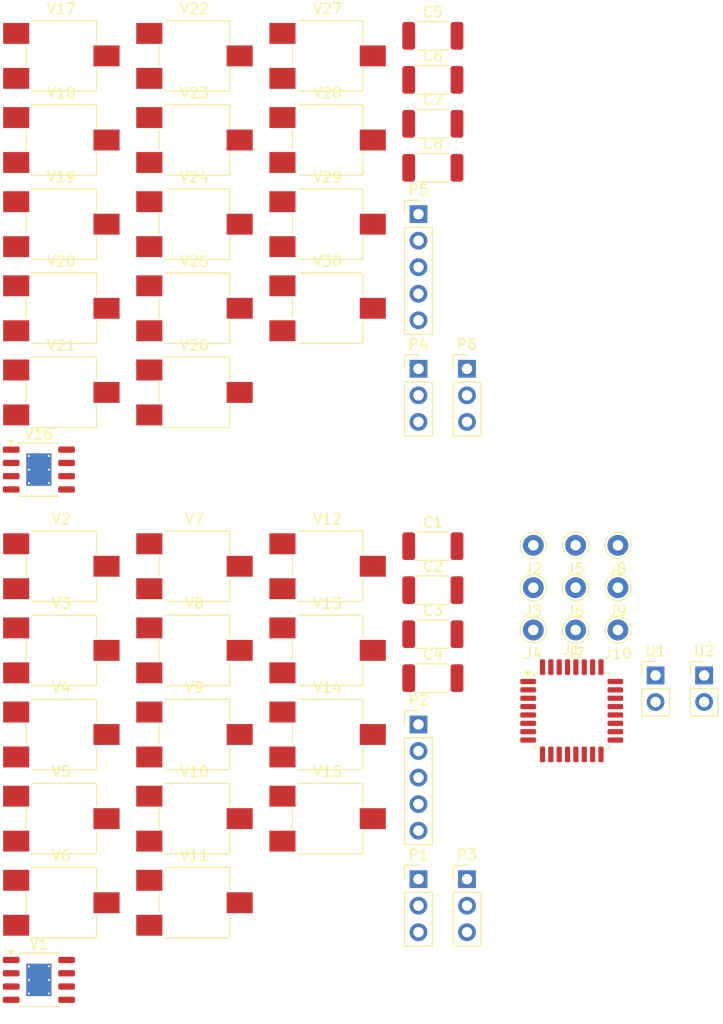
<source format=kicad_pcb>
(kicad_pcb (version 20240108) (generator "pcbnew") (generator_version "8.0")
  (layers (0 "F.Cu" signal) (31 "B.Cu" signal) (34 "B.Paste" user) (35 "F.Paste" user) (36 "B.SilkS" user "B.Silkscreen") (37 "F.SilkS" user "F.Silkscreen") (38 "B.Mask" user) (39 "F.Mask" user) (44 "Edge.Cuts" user))
  (net 0 "")
  (net 1 "Net-(C1-out)")
  (net 2 "Net-(C1-in)")
  (net 3 "Net-(C2-in)")
  (net 4 "Net-(C2-out)")
  (net 5 "Net-(C3-out)")
  (net 6 "Net-(C3-in)")
  (net 7 "Net-(C4-out)")
  (net 8 "Net-(C4-in)")
  (net 9 "Net-(C5-in)")
  (net 10 "Net-(C5-out)")
  (net 11 "Net-(C6-in)")
  (net 12 "Net-(C6-out)")
  (net 13 "Net-(C7-out)")
  (net 14 "Net-(C7-in)")
  (net 15 "Net-(C8-in)")
  (net 16 "Net-(C8-out)")
  (net 17 "/component/control.filter1")
  (net 18 "/component/control.circulate3")
  (net 19 "/component/control.circulate_out")
  (net 20 "/component/control.filter4")
  (net 22 "/component/control.filter3")
  (net 23 "/component/control.out")
  (net 24 "/component/control.stage")
  (net 29 "/component/control.flush3")
  (net 31 "/component/control.filter2")
  (net 33 "/component/pump3")
  (net 34 "/component/control.flush2")
  (net 35 "/component/control.fluid_in2")
  (net 36 "/component/pump5")
  (net 38 "/component/control.fluid_in1")
  (net 39 "/component/control.circulate1")
  (net 40 "/component/pump1")
  (net 41 "/component/control.fluid_in3")
  (net 42 "/component/pump4")
  (net 44 "/component/control.circulate_in")
  (net 45 "/component/control.flush1")
  (net 47 "/component/pump2")
  (net 48 "/component/control.circulate2")
  (net 49 "/component/fluid_in1")
  (net 50 "/component/fluid_in2")
  (net 51 "/component/fluid_in3")
  (net 52 "Net-(J5-connect)")
  (net 53 "Net-(J6-connect)")
  (net 54 "/component/flush_1")
  (net 55 "/component/flush_2")
  (net 56 "/component/flush_3")
  (net 57 "/component1/fluid_in3")
  (net 58 "Net-(P1-out)")
  (net 59 "Net-(P3-in)")
  (net 60 "Net-(P4-out)")
  (net 61 "Net-(P6-in)")
  (net 62 "/component/out")
  (net 63 "/component1/out")
  (net 64 "Net-(V1-y)")
  (net 65 "Net-(V2-left)")
  (net 66 "Net-(V4-right)")
  (net 67 "Net-(V6-in)")
  (net 68 "Net-(V10-left)")
  (net 69 "Net-(V11-right)")
  (net 70 "Net-(V13-in)")
  (net 71 "Net-(V16-y)")
  (net 72 "Net-(V17-left)")
  (net 73 "Net-(V19-right)")
  (net 74 "Net-(V21-in)")
  (net 75 "Net-(V24-left)")
  (net 76 "Net-(V26-right)")
  (net 77 "Net-(V28-in)")
  (footprint "Potentiometer_SMD:Potentiometer_ACP_CA6-VSMD_Vertical" (layer "F.Cu") (at 324.94 159.73)
    (property "Reference" "V18" (at 0 -4.5 0) (layer "F.SilkS"))
    (property "Value" "~")
    (pad "1" smd rect (at -4.325 2.15) (size 2.5 2) (layers "F.Cu" "F.Paste" "F.Mask") (net 9 "Net-(C5-in)"))
    (pad "2" smd rect (at 4.325 0) (size 2.5 2) (layers "F.Cu" "F.Paste" "F.Mask") (net 72 "Net-(V17-left)"))
    (pad "3" smd rect (at -4.325 -2.15) (size 2.5 2) (layers "F.Cu" "F.Paste" "F.Mask") (net 48 "/component/control.circulate2"))
  )
  (footprint "Potentiometer_SMD:Potentiometer_ACP_CA6-VSMD_Vertical" (layer "F.Cu") (at 350.44 200.51)
    (property "Reference" "V12" (at 0 -4.5 0) (layer "F.SilkS"))
    (property "Value" "~")
    (pad "1" smd rect (at -4.325 2.15) (size 2.5 2) (layers "F.Cu" "F.Paste" "F.Mask") (net 8 "Net-(C4-in)"))
    (pad "2" smd rect (at 4.325 0) (size 2.5 2) (layers "F.Cu" "F.Paste" "F.Mask") (net 69 "Net-(V11-right)"))
    (pad "3" smd rect (at -4.325 -2.15) (size 2.5 2) (layers "F.Cu" "F.Paste" "F.Mask") (net 20 "/component/control.filter4"))
  )
  (footprint "Connector_Pin:Pin_D1.0mm_L10.0mm" (layer "F.Cu") (at 374.19 202.56)
    (property "Reference" "J6" (at 0 2.25 0) (layer "F.SilkS"))
    (property "Value" "~")
    (pad "1" thru_hole circle (at 0 0) (size 2 2) (drill 1) (layers "*.Cu" "*.Mask") (net 53 "Net-(J6-connect)"))
  )
  (footprint "Resistor_SMD:R_2010_5025Metric" (layer "F.Cu") (at 360.52 198.59)
    (property "Reference" "C1" (at 0 -2.28 0) (layer "F.SilkS"))
    (property "Value" "~")
    (pad "1" smd roundrect (at -2.3125 0) (size 1.225 2.65) (layers "F.Cu" "F.Paste" "F.Mask") (roundrect_rratio 0.204082) (net 2 "Net-(C1-in)"))
    (pad "2" smd roundrect (at 2.3125 0) (size 1.225 2.65) (layers "F.Cu" "F.Paste" "F.Mask") (roundrect_rratio 0.204082) (net 1 "Net-(C1-out)"))
  )
  (footprint "Potentiometer_SMD:Potentiometer_ACP_CA6-VSMD_Vertical" (layer "F.Cu") (at 337.69 200.51)
    (property "Reference" "V7" (at 0 -4.5 0) (layer "F.SilkS"))
    (property "Value" "~")
    (pad "1" smd rect (at -4.325 2.15) (size 2.5 2) (layers "F.Cu" "F.Paste" "F.Mask") (net 5 "Net-(C3-out)"))
    (pad "2" smd rect (at 4.325 0) (size 2.5 2) (layers "F.Cu" "F.Paste" "F.Mask") (net 67 "Net-(V6-in)"))
    (pad "3" smd rect (at -4.325 -2.15) (size 2.5 2) (layers "F.Cu" "F.Paste" "F.Mask") (net 39 "/component/control.circulate1"))
  )
  (footprint "Resistor_SMD:R_2010_5025Metric" (layer "F.Cu") (at 360.52 202.8)
    (property "Reference" "C2" (at 0 -2.28 0) (layer "F.SilkS"))
    (property "Value" "~")
    (pad "1" smd roundrect (at -2.3125 0) (size 1.225 2.65) (layers "F.Cu" "F.Paste" "F.Mask") (roundrect_rratio 0.204082) (net 3 "Net-(C2-in)"))
    (pad "2" smd roundrect (at 2.3125 0) (size 1.225 2.65) (layers "F.Cu" "F.Paste" "F.Mask") (roundrect_rratio 0.204082) (net 4 "Net-(C2-out)"))
  )
  (footprint "Potentiometer_SMD:Potentiometer_ACP_CA6-VSMD_Vertical" (layer "F.Cu") (at 324.94 232.71)
    (property "Reference" "V6" (at 0 -4.5 0) (layer "F.SilkS"))
    (property "Value" "~")
    (pad "1" smd rect (at -4.325 2.15) (size 2.5 2) (layers "F.Cu" "F.Paste" "F.Mask") (net 67 "Net-(V6-in)"))
    (pad "2" smd rect (at 4.325 0) (size 2.5 2) (layers "F.Cu" "F.Paste" "F.Mask") (net 59 "Net-(P3-in)"))
    (pad "3" smd rect (at -4.325 -2.15) (size 2.5 2) (layers "F.Cu" "F.Paste" "F.Mask") (net 31 "/component/control.filter2"))
  )
  (footprint "Package_SO:HSOP-8-1EP_3.9x4.9mm_P1.27mm_EP2.41x3.1mm_ThermalVias" (layer "F.Cu") (at 322.79 240.09)
    (property "Reference" "V1" (at 0 -3.4 0) (layer "F.SilkS"))
    (property "Value" "~")
    (pad "1" smd roundrect (at -2.65 -1.905) (size 1.6 0.6) (layers "F.Cu" "F.Paste" "F.Mask") (net 49 "/component/fluid_in1"))
    (pad "2" smd roundrect (at -2.65 -0.635) (size 1.6 0.6) (layers "F.Cu" "F.Paste" "F.Mask") (net 50 "/component/fluid_in2"))
    (pad "3" smd roundrect (at -2.65 0.635) (size 1.6 0.6) (layers "F.Cu" "F.Paste" "F.Mask") (net 51 "/component/fluid_in3"))
    (pad "4" smd roundrect (at -2.65 1.905) (size 1.6 0.6) (layers "F.Cu" "F.Paste" "F.Mask") (net 38 "/component/control.fluid_in1"))
    (pad "5" smd roundrect (at 2.65 1.905) (size 1.6 0.6) (layers "F.Cu" "F.Paste" "F.Mask") (net 35 "/component/control.fluid_in2"))
    (pad "6" smd roundrect (at 2.65 0.635) (size 1.6 0.6) (layers "F.Cu" "F.Paste" "F.Mask") (net 41 "/component/control.fluid_in3"))
    (pad "7" smd roundrect (at 2.65 -0.635) (size 1.6 0.6) (layers "F.Cu" "F.Paste" "F.Mask") (net 64 "Net-(V1-y)"))
    (pad "8" smd roundrect (at 2.65 -1.905) (size 1.6 0.6) (layers "F.Cu" "F.Paste" "F.Mask"))
    (pad "9" thru_hole circle (at -0.955 -1.3) (size 0.5 0.5) (drill 0.2) (property pad_prop_heatsink) (layers "*.Cu"))
    (pad "9" thru_hole circle (at -0.955 0) (size 0.5 0.5) (drill 0.2) (property pad_prop_heatsink) (layers "*.Cu"))
    (pad "9" thru_hole circle (at -0.955 1.3) (size 0.5 0.5) (drill 0.2) (property pad_prop_heatsink) (layers "*.Cu"))
    (pad "9" smd rect (at 0 0) (size 2.41 3.1) (property pad_prop_heatsink) (layers "F.Cu" "F.Mask"))
    (pad "9" smd rect (at 0 0) (size 2.41 3.1) (property pad_prop_heatsink) (layers "B.Cu"))
    (pad "9" thru_hole circle (at 0.955 -1.3) (size 0.5 0.5) (drill 0.2) (property pad_prop_heatsink) (layers "*.Cu"))
    (pad "9" thru_hole circle (at 0.955 0) (size 0.5 0.5) (drill 0.2) (property pad_prop_heatsink) (layers "*.Cu"))
    (pad "9" thru_hole circle (at 0.955 1.3) (size 0.5 0.5) (drill 0.2) (property pad_prop_heatsink) (layers "*.Cu"))
  )
  (footprint "Potentiometer_SMD:Potentiometer_ACP_CA6-VSMD_Vertical" (layer "F.Cu") (at 337.69 216.61)
    (property "Reference" "V9" (at 0 -4.5 0) (layer "F.SilkS"))
    (property "Value" "~")
    (pad "1" smd rect (at -4.325 2.15) (size 2.5 2) (layers "F.Cu" "F.Paste" "F.Mask") (net 68 "Net-(V10-left)"))
    (pad "2" smd rect (at 4.325 0) (size 2.5 2) (layers "F.Cu" "F.Paste" "F.Mask") (net 67 "Net-(V6-in)"))
    (pad "3" smd rect (at -4.325 -2.15) (size 2.5 2) (layers "F.Cu" "F.Paste" "F.Mask") (net 19 "/component/control.circulate_out"))
  )
  (footprint "Connector_PinHeader_2.54mm:PinHeader_1x03_P2.54mm_Vertical" (layer "F.Cu") (at 359.14 230.45)
    (property "Reference" "P1" (at 0 -2.33 0) (layer "F.SilkS"))
    (property "Value" "~")
    (pad "1" thru_hole rect (at 0 0) (size 1.7 1.7) (drill 1) (layers "*.Cu" "*.Mask") (net 4 "Net-(C2-out)"))
    (pad "2" thru_hole oval (at 0 2.54) (size 1.7 1.7) (drill 1) (layers "*.Cu" "*.Mask") (net 58 "Net-(P1-out)"))
    (pad "3" thru_hole oval (at 0 5.08) (size 1.7 1.7) (drill 1) (layers "*.Cu" "*.Mask") (net 36 "/component/pump5"))
  )
  (footprint "Connector_Pin:Pin_D1.0mm_L10.0mm" (layer "F.Cu") (at 374.19 198.51)
    (property "Reference" "J5" (at 0 2.25 0) (layer "F.SilkS"))
    (property "Value" "~")
    (pad "1" thru_hole circle (at 0 0) (size 2 2) (drill 1) (layers "*.Cu" "*.Mask") (net 52 "Net-(J5-connect)"))
  )
  (footprint "Potentiometer_SMD:Potentiometer_ACP_CA6-VSMD_Vertical" (layer "F.Cu") (at 324.94 175.83)
    (property "Reference" "V20" (at 0 -4.5 0) (layer "F.SilkS"))
    (property "Value" "~")
    (pad "1" smd rect (at -4.325 2.15) (size 2.5 2) (layers "F.Cu" "F.Paste" "F.Mask") (net 60 "Net-(P4-out)"))
    (pad "2" smd rect (at 4.325 0) (size 2.5 2) (layers "F.Cu" "F.Paste" "F.Mask") (net 73 "Net-(V19-right)"))
    (pad "3" smd rect (at -4.325 -2.15) (size 2.5 2) (layers "F.Cu" "F.Paste" "F.Mask") (net 17 "/component/control.filter1"))
  )
  (footprint "Potentiometer_SMD:Potentiometer_ACP_CA6-VSMD_Vertical" (layer "F.Cu") (at 337.69 208.56)
    (property "Reference" "V8" (at 0 -4.5 0) (layer "F.SilkS"))
    (property "Value" "~")
    (pad "1" smd rect (at -4.325 2.15) (size 2.5 2) (layers "F.Cu" "F.Paste" "F.Mask") (net 5 "Net-(C3-out)"))
    (pad "2" smd rect (at 4.325 0) (size 2.5 2) (layers "F.Cu" "F.Paste" "F.Mask") (net 54 "/component/flush_1"))
    (pad "3" smd rect (at -4.325 -2.15) (size 2.5 2) (layers "F.Cu" "F.Paste" "F.Mask") (net 45 "/component/control.flush1"))
  )
  (footprint "Potentiometer_SMD:Potentiometer_ACP_CA6-VSMD_Vertical" (layer "F.Cu") (at 350.44 175.83)
    (property "Reference" "V30" (at 0 -4.5 0) (layer "F.SilkS"))
    (property "Value" "~")
    (pad "1" smd rect (at -4.325 2.15) (size 2.5 2) (layers "F.Cu" "F.Paste" "F.Mask") (net 56 "/component/flush_3"))
    (pad "2" smd rect (at 4.325 0) (size 2.5 2) (layers "F.Cu" "F.Paste" "F.Mask") (net 77 "Net-(V28-in)"))
    (pad "3" smd rect (at -4.325 -2.15) (size 2.5 2) (layers "F.Cu" "F.Paste" "F.Mask") (net 29 "/component/control.flush3"))
  )
  (footprint "Connector_PinHeader_2.54mm:PinHeader_1x05_P2.54mm_Vertical" (layer "F.Cu") (at 359.14 215.65)
    (property "Reference" "P2" (at 0 -2.33 0) (layer "F.SilkS"))
    (property "Value" "~")
    (pad "1" thru_hole rect (at 0 0) (size 1.7 1.7) (drill 1) (layers "*.Cu" "*.Mask") (net 1 "Net-(C1-out)"))
    (pad "2" thru_hole oval (at 0 2.54) (size 1.7 1.7) (drill 1) (layers "*.Cu" "*.Mask") (net 6 "Net-(C3-in)"))
    (pad "3" thru_hole oval (at 0 5.08) (size 1.7 1.7) (drill 1) (layers "*.Cu" "*.Mask") (net 40 "/component/pump1"))
    (pad "4" thru_hole oval (at 0 7.62) (size 1.7 1.7) (drill 1) (layers "*.Cu" "*.Mask") (net 47 "/component/pump2"))
    (pad "5" thru_hole oval (at 0 10.16) (size 1.7 1.7) (drill 1) (layers "*.Cu" "*.Mask") (net 33 "/component/pump3"))
  )
  (footprint "Potentiometer_SMD:Potentiometer_ACP_CA6-VSMD_Vertical" (layer "F.Cu") (at 350.44 216.61)
    (property "Reference" "V14" (at 0 -4.5 0) (layer "F.SilkS"))
    (property "Value" "~")
    (pad "1" smd rect (at -4.325 2.15) (size 2.5 2) (layers "F.Cu" "F.Paste" "F.Mask") (net 70 "Net-(V13-in)"))
    (pad "2" smd rect (at 4.325 0) (size 2.5 2) (layers "F.Cu" "F.Paste" "F.Mask") (net 62 "/component/out"))
    (pad "3" smd rect (at -4.325 -2.15) (size 2.5 2) (layers "F.Cu" "F.Paste" "F.Mask") (net 23 "/component/control.out"))
  )
  (footprint "Package_SO:HSOP-8-1EP_3.9x4.9mm_P1.27mm_EP2.41x3.1mm_ThermalVias" (layer "F.Cu") (at 322.79 191.26)
    (property "Reference" "V16" (at 0 -3.4 0) (layer "F.SilkS"))
    (property "Value" "~")
    (pad "1" smd roundrect (at -2.65 -1.905) (size 1.6 0.6) (layers "F.Cu" "F.Paste" "F.Mask") (net 49 "/component/fluid_in1"))
    (pad "2" smd roundrect (at -2.65 -0.635) (size 1.6 0.6) (layers "F.Cu" "F.Paste" "F.Mask") (net 50 "/component/fluid_in2"))
    (pad "3" smd roundrect (at -2.65 0.635) (size 1.6 0.6) (layers "F.Cu" "F.Paste" "F.Mask") (net 57 "/component1/fluid_in3"))
    (pad "4" smd roundrect (at -2.65 1.905) (size 1.6 0.6) (layers "F.Cu" "F.Paste" "F.Mask") (net 38 "/component/control.fluid_in1"))
    (pad "5" smd roundrect (at 2.65 1.905) (size 1.6 0.6) (layers "F.Cu" "F.Paste" "F.Mask") (net 35 "/component/control.fluid_in2"))
    (pad "6" smd roundrect (at 2.65 0.635) (size 1.6 0.6) (layers "F.Cu" "F.Paste" "F.Mask") (net 41 "/component/control.fluid_in3"))
    (pad "7" smd roundrect (at 2.65 -0.635) (size 1.6 0.6) (layers "F.Cu" "F.Paste" "F.Mask") (net 71 "Net-(V16-y)"))
    (pad "8" smd roundrect (at 2.65 -1.905) (size 1.6 0.6) (layers "F.Cu" "F.Paste" "F.Mask"))
    (pad "9" thru_hole circle (at -0.955 -1.3) (size 0.5 0.5) (drill 0.2) (property pad_prop_heatsink) (layers "*.Cu"))
    (pad "9" thru_hole circle (at -0.955 0) (size 0.5 0.5) (drill 0.2) (property pad_prop_heatsink) (layers "*.Cu"))
    (pad "9" thru_hole circle (at -0.955 1.3) (size 0.5 0.5) (drill 0.2) (property pad_prop_heatsink) (layers "*.Cu"))
    (pad "9" smd rect (at 0 0) (size 2.41 3.1) (property pad_prop_heatsink) (layers "F.Cu" "F.Mask"))
    (pad "9" smd rect (at 0 0) (size 2.41 3.1) (property pad_prop_heatsink) (layers "B.Cu"))
    (pad "9" thru_hole circle (at 0.955 -1.3) (size 0.5 0.5) (drill 0.2) (property pad_prop_heatsink) (layers "*.Cu"))
    (pad "9" thru_hole circle (at 0.955 0) (size 0.5 0.5) (drill 0.2) (property pad_prop_heatsink) (layers "*.Cu"))
    (pad "9" thru_hole circle (at 0.955 1.3) (size 0.5 0.5) (drill 0.2) (property pad_prop_heatsink) (layers "*.Cu"))
  )
  (footprint "Resistor_SMD:R_2010_5025Metric" (layer "F.Cu") (at 360.52 207.01)
    (property "Reference" "C3" (at 0 -2.28 0) (layer "F.SilkS"))
    (property "Value" "~")
    (pad "1" smd roundrect (at -2.3125 0) (size 1.225 2.65) (layers "F.Cu" "F.Paste" "F.Mask") (roundrect_rratio 0.204082) (net 6 "Net-(C3-in)"))
    (pad "2" smd roundrect (at 2.3125 0) (size 1.225 2.65) (layers "F.Cu" "F.Paste" "F.Mask") (roundrect_rratio 0.204082) (net 5 "Net-(C3-out)"))
  )
  (footprint "Connector_Pin:Pin_D1.0mm_L10.0mm" (layer "F.Cu") (at 378.24 206.61)
    (property "Reference" "J10" (at 0 2.25 0) (layer "F.SilkS"))
    (property "Value" "~")
    (pad "1" thru_hole circle (at 0 0) (size 2 2) (drill 1) (layers "*.Cu" "*.Mask") (net 57 "/component1/fluid_in3"))
  )
  (footprint "Potentiometer_SMD:Potentiometer_ACP_CA6-VSMD_Vertical" (layer "F.Cu") (at 350.44 224.66)
    (property "Reference" "V15" (at 0 -4.5 0) (layer "F.SilkS"))
    (property "Value" "~")
    (pad "1" smd rect (at -4.325 2.15) (size 2.5 2) (layers "F.Cu" "F.Paste" "F.Mask") (net 56 "/component/flush_3"))
    (pad "2" smd rect (at 4.325 0) (size 2.5 2) (layers "F.Cu" "F.Paste" "F.Mask") (net 70 "Net-(V13-in)"))
    (pad "3" smd rect (at -4.325 -2.15) (size 2.5 2) (layers "F.Cu" "F.Paste" "F.Mask") (net 29 "/component/control.flush3"))
  )
  (footprint "Resistor_SMD:R_2010_5025Metric" (layer "F.Cu") (at 360.52 153.97)
    (property "Reference" "C6" (at 0 -2.28 0) (layer "F.SilkS"))
    (property "Value" "~")
    (pad "1" smd roundrect (at -2.3125 0) (size 1.225 2.65) (layers "F.Cu" "F.Paste" "F.Mask") (roundrect_rratio 0.204082) (net 11 "Net-(C6-in)"))
    (pad "2" smd roundrect (at 2.3125 0) (size 1.225 2.65) (layers "F.Cu" "F.Paste" "F.Mask") (roundrect_rratio 0.204082) (net 12 "Net-(C6-out)"))
  )
  (footprint "Connector_PinHeader_2.54mm:PinHeader_1x05_P2.54mm_Vertical" (layer "F.Cu") (at 359.14 166.82)
    (property "Reference" "P5" (at 0 -2.33 0) (layer "F.SilkS"))
    (property "Value" "~")
    (pad "1" thru_hole rect (at 0 0) (size 1.7 1.7) (drill 1) (layers "*.Cu" "*.Mask") (net 10 "Net-(C5-out)"))
    (pad "2" thru_hole oval (at 0 2.54) (size 1.7 1.7) (drill 1) (layers "*.Cu" "*.Mask") (net 14 "Net-(C7-in)"))
    (pad "3" thru_hole oval (at 0 5.08) (size 1.7 1.7) (drill 1) (layers "*.Cu" "*.Mask") (net 40 "/component/pump1"))
    (pad "4" thru_hole oval (at 0 7.62) (size 1.7 1.7) (drill 1) (layers "*.Cu" "*.Mask") (net 47 "/component/pump2"))
    (pad "5" thru_hole oval (at 0 10.16) (size 1.7 1.7) (drill 1) (layers "*.Cu" "*.Mask") (net 33 "/component/pump3"))
  )
  (footprint "Potentiometer_SMD:Potentiometer_ACP_CA6-VSMD_Vertical" (layer "F.Cu") (at 350.44 208.56)
    (property "Reference" "V13" (at 0 -4.5 0) (layer "F.SilkS"))
    (property "Value" "~")
    (pad "1" smd rect (at -4.325 2.15) (size 2.5 2) (layers "F.Cu" "F.Paste" "F.Mask") (net 70 "Net-(V13-in)"))
    (pad "2" smd rect (at 4.325 0) (size 2.5 2) (layers "F.Cu" "F.Paste" "F.Mask") (net 7 "Net-(C4-out)"))
    (pad "3" smd rect (at -4.325 -2.15) (size 2.5 2) (layers "F.Cu" "F.Paste" "F.Mask") (net 22 "/component/control.filter3"))
  )
  (footprint "Connector_PinHeader_2.54mm:PinHeader_1x03_P2.54mm_Vertical" (layer "F.Cu") (at 363.79 181.62)
    (property "Reference" "P6" (at 0 -2.33 0) (layer "F.SilkS"))
    (property "Value" "~")
    (pad "1" thru_hole rect (at 0 0) (size 1.7 1.7) (drill 1) (layers "*.Cu" "*.Mask") (net 61 "Net-(P6-in)"))
    (pad "2" thru_hole oval (at 0 2.54) (size 1.7 1.7) (drill 1) (layers "*.Cu" "*.Mask") (net 11 "Net-(C6-in)"))
    (pad "3" thru_hole oval (at 0 5.08) (size 1.7 1.7) (drill 1) (layers "*.Cu" "*.Mask") (net 42 "/component/pump4"))
  )
  (footprint "Potentiometer_SMD:Potentiometer_ACP_CA6-VSMD_Vertical" (layer "F.Cu") (at 350.44 151.68)
    (property "Reference" "V27" (at 0 -4.5 0) (layer "F.SilkS"))
    (property "Value" "~")
    (pad "1" smd rect (at -4.325 2.15) (size 2.5 2) (layers "F.Cu" "F.Paste" "F.Mask") (net 15 "Net-(C8-in)"))
    (pad "2" smd rect (at 4.325 0) (size 2.5 2) (layers "F.Cu" "F.Paste" "F.Mask") (net 76 "Net-(V26-right)"))
    (pad "3" smd rect (at -4.325 -2.15) (size 2.5 2) (layers "F.Cu" "F.Paste" "F.Mask") (net 20 "/component/control.filter4"))
  )
  (footprint "Potentiometer_SMD:Potentiometer_ACP_CA6-VSMD_Vertical" (layer "F.Cu") (at 324.94 224.66)
    (property "Reference" "V5" (at 0 -4.5 0) (layer "F.SilkS"))
    (property "Value" "~")
    (pad "1" smd rect (at -4.325 2.15) (size 2.5 2) (layers "F.Cu" "F.Paste" "F.Mask") (net 58 "Net-(P1-out)"))
    (pad "2" smd rect (at 4.325 0) (size 2.5 2) (layers "F.Cu" "F.Paste" "F.Mask") (net 66 "Net-(V4-right)"))
    (pad "3" smd rect (at -4.325 -2.15) (size 2.5 2) (layers "F.Cu" "F.Paste" "F.Mask") (net 17 "/component/control.filter1"))
  )
  (footprint "Resistor_SMD:R_2010_5025Metric" (layer "F.Cu") (at 360.52 211.22)
    (property "Reference" "C4" (at 0 -2.28 0) (layer "F.SilkS"))
    (property "Value" "~")
    (pad "1" smd roundrect (at -2.3125 0) (size 1.225 2.65) (layers "F.Cu" "F.Paste" "F.Mask") (roundrect_rratio 0.204082) (net 8 "Net-(C4-in)"))
    (pad "2" smd roundrect (at 2.3125 0) (size 1.225 2.65) (layers "F.Cu" "F.Paste" "F.Mask") (roundrect_rratio 0.204082) (net 7 "Net-(C4-out)"))
  )
  (footprint "Potentiometer_SMD:Potentiometer_ACP_CA6-VSMD_Vertical" (layer "F.Cu") (at 324.94 183.88)
    (property "Reference" "V21" (at 0 -4.5 0) (layer "F.SilkS"))
    (property "Value" "~")
    (pad "1" smd rect (at -4.325 2.15) (size 2.5 2) (layers "F.Cu" "F.Paste" "F.Mask") (net 74 "Net-(V21-in)"))
    (pad "2" smd rect (at 4.325 0) (size 2.5 2) (layers "F.Cu" "F.Paste" "F.Mask") (net 61 "Net-(P6-in)"))
    (pad "3" smd rect (at -4.325 -2.15) (size 2.5 2) (layers "F.Cu" "F.Paste" "F.Mask") (net 31 "/component/control.filter2"))
  )
  (footprint "Potentiometer_SMD:Potentiometer_ACP_CA6-VSMD_Vertical" (layer "F.Cu") (at 337.69 151.68)
    (property "Reference" "V22" (at 0 -4.5 0) (layer "F.SilkS"))
    (property "Value" "~")
    (pad "1" smd rect (at -4.325 2.15) (size 2.5 2) (layers "F.Cu" "F.Paste" "F.Mask") (net 13 "Net-(C7-out)"))
    (pad "2" smd rect (at 4.325 0) (size 2.5 2) (layers "F.Cu" "F.Paste" "F.Mask") (net 74 "Net-(V21-in)"))
    (pad "3" smd rect (at -4.325 -2.15) (size 2.5 2) (layers "F.Cu" "F.Paste" "F.Mask") (net 39 "/component/control.circulate1"))
  )
  (footprint "Connector_PinHeader_2.54mm:PinHeader_1x03_P2.54mm_Vertical" (layer "F.Cu") (at 359.14 181.62)
    (property "Reference" "P4" (at 0 -2.33 0) (layer "F.SilkS"))
    (property "Value" "~")
    (pad "1" thru_hole rect (at 0 0) (size 1.7 1.7) (drill 1) (layers "*.Cu" "*.Mask") (net 12 "Net-(C6-out)"))
    (pad "2" thru_hole oval (at 0 2.54) (size 1.7 1.7) (drill 1) (layers "*.Cu" "*.Mask") (net 60 "Net-(P4-out)"))
    (pad "3" thru_hole oval (at 0 5.08) (size 1.7 1.7) (drill 1) (layers "*.Cu" "*.Mask") (net 36 "/component/pump5"))
  )
  (footprint "Potentiometer_SMD:Potentiometer_ACP_CA6-VSMD_Vertical" (layer "F.Cu") (at 324.94 200.51)
    (property "Reference" "V2" (at 0 -4.5 0) (layer "F.SilkS"))
    (property "Value" "~")
    (pad "1" smd rect (at -4.325 2.15) (size 2.5 2) (layers "F.Cu" "F.Paste" "F.Mask") (net 65 "Net-(V2-left)"))
    (pad "2" smd rect (at 4.325 0) (size 2.5 2) (layers "F.Cu" "F.Paste" "F.Mask") (net 64 "Net-(V1-y)"))
    (pad "3" smd rect (at -4.325 -2.15) (size 2.5 2) (layers "F.Cu" "F.Paste" "F.Mask") (net 44 "/component/control.circulate_in"))
  )
  (footprint "Potentiometer_SMD:Potentiometer_ACP_CA6-VSMD_Vertical" (layer "F.Cu") (at 350.44 159.73)
    (property "Reference" "V28" (at 0 -4.5 0) (layer "F.SilkS"))
    (property "Value" "~")
    (pad "1" smd rect (at -4.325 2.15) (size 2.5 2) (layers "F.Cu" "F.Paste" "F.Mask") (net 77 "Net-(V28-in)"))
    (pad "2" smd rect (at 4.325 0) (size 2.5 2) (layers "F.Cu" "F.Paste" "F.Mask") (net 16 "Net-(C8-out)"))
    (pad "3" smd rect (at -4.325 -2.15) (size 2.5 2) (layers "F.Cu" "F.Paste" "F.Mask") (net 22 "/component/control.filter3"))
  )
  (footprint "Potentiometer_SMD:Potentiometer_ACP_CA6-VSMD_Vertical" (layer "F.Cu") (at 337.69 159.73)
    (property "Reference" "V23" (at 0 -4.5 0) (layer "F.SilkS"))
    (property "Value" "~")
    (pad "1" smd rect (at -4.325 2.15) (size 2.5 2) (layers "F.Cu" "F.Paste" "F.Mask") (net 13 "Net-(C7-out)"))
    (pad "2" smd rect (at 4.325 0) (size 2.5 2) (layers "F.Cu" "F.Paste" "F.Mask") (net 54 "/component/flush_1"))
    (pad "3" smd rect (at -4.325 -2.15) (size 2.5 2) (layers "F.Cu" "F.Paste" "F.Mask") (net 45 "/component/control.flush1"))
  )
  (footprint "Potentiometer_SMD:Potentiometer_ACP_CA6-VSMD_Vertical" (layer "F.Cu") (at 324.94 216.61)
    (property "Reference" "V4" (at 0 -4.5 0) (layer "F.SilkS"))
    (property "Value" "~")
    (pad "1" smd rect (at -4.325 2.15) (size 2.5 2) (layers "F.Cu" "F.Paste" "F.Mask") (net 65 "Net-(V2-left)"))
    (pad "2" smd rect (at 4.325 0) (size 2.5 2) (layers "F.Cu" "F.Paste" "F.Mask") (net 66 "Net-(V4-right)"))
    (pad "3" smd rect (at -4.325 -2.15) (size 2.5 2) (layers "F.Cu" "F.Paste" "F.Mask") (net 18 "/component/control.circulate3"))
  )
  (footprint "Potentiometer_SMD:Potentiometer_ACP_CA6-VSMD_Vertical" (layer "F.Cu") (at 350.44 167.78)
    (property "Reference" "V29" (at 0 -4.5 0) (layer "F.SilkS"))
    (property "Value" "~")
    (pad "1" smd rect (at -4.325 2.15) (size 2.5 2) (layers "F.Cu" "F.Paste" "F.Mask") (net 77 "Net-(V28-in)"))
    (pad "2" smd rect (at 4.325 0) (size 2.5 2) (layers "F.Cu" "F.Paste" "F.Mask") (net 63 "/component1/out"))
    (pad "3" smd rect (at -4.325 -2.15) (size 2.5 2) (layers "F.Cu" "F.Paste" "F.Mask") (net 23 "/component/control.out"))
  )
  (footprint "Connector_PinHeader_2.54mm:PinHeader_1x02_P2.54mm_Vertical" (layer "F.Cu") (at 381.85 210.96)
    (property "Reference" "U1" (at 0 -2.33 0) (layer "F.SilkS"))
    (property "Value" "~")
    (pad "1" thru_hole rect (at 0 0) (size 1.7 1.7) (drill 1) (layers "*.Cu" "*.Mask") (net 52 "Net-(J5-connect)"))
    (pad "2" thru_hole oval (at 0 2.54) (size 1.7 1.7) (drill 1) (layers "*.Cu" "*.Mask") (net 62 "/component/out"))
  )
  (footprint "Potentiometer_SMD:Potentiometer_ACP_CA6-VSMD_Vertical" (layer "F.Cu") (at 337.69 224.66)
    (property "Reference" "V10" (at 0 -4.5 0) (layer "F.SilkS"))
    (property "Value" "~")
    (pad "1" smd rect (at -4.325 2.15) (size 2.5 2) (layers "F.Cu" "F.Paste" "F.Mask") (net 68 "Net-(V10-left)"))
    (pad "2" smd rect (at 4.325 0) (size 2.5 2) (layers "F.Cu" "F.Paste" "F.Mask") (net 55 "/component/flush_2"))
    (pad "3" smd rect (at -4.325 -2.15) (size 2.5 2) (layers "F.Cu" "F.Paste" "F.Mask") (net 34 "/component/control.flush2"))
  )
  (footprint "Resistor_SMD:R_2010_5025Metric" (layer "F.Cu") (at 360.52 149.76)
    (property "Reference" "C5" (at 0 -2.28 0) (layer "F.SilkS"))
    (property "Value" "~")
    (pad "1" smd roundrect (at -2.3125 0) (size 1.225 2.65) (layers "F.Cu" "F.Paste" "F.Mask") (roundrect_rratio 0.204082) (net 9 "Net-(C5-in)"))
    (pad "2" smd roundrect (at 2.3125 0) (size 1.225 2.65) (layers "F.Cu" "F.Paste" "F.Mask") (roundrect_rratio 0.204082) (net 10 "Net-(C5-out)"))
  )
  (footprint "Potentiometer_SMD:Potentiometer_ACP_CA6-VSMD_Vertical" (layer "F.Cu") (at 337.69 232.71)
    (property "Reference" "V11" (at 0 -4.5 0) (layer "F.SilkS"))
    (property "Value" "~")
    (pad "1" smd rect (at -4.325 2.15) (size 2.5 2) (layers "F.Cu" "F.Paste" "F.Mask") (net 68 "Net-(V10-left)"))
    (pad "2" smd rect (at 4.325 0) (size 2.5 2) (layers "F.Cu" "F.Paste" "F.Mask") (net 69 "Net-(V11-right)"))
    (pad "3" smd rect (at -4.325 -2.15) (size 2.5 2) (layers "F.Cu" "F.Paste" "F.Mask") (net 24 "/component/control.stage"))
  )
  (footprint "Connector_PinHeader_2.54mm:PinHeader_1x02_P2.54mm_Vertical" (layer "F.Cu") (at 386.5 210.96)
    (property "Reference" "U2" (at 0 -2.33 0) (layer "F.SilkS"))
    (property "Value" "~")
    (pad "1" thru_hole rect (at 0 0) (size 1.7 1.7) (drill 1) (layers "*.Cu" "*.Mask") (net 53 "Net-(J6-connect)"))
    (pad "2" thru_hole oval (at 0 2.54) (size 1.7 1.7) (drill 1) (layers "*.Cu" "*.Mask") (net 63 "/component1/out"))
  )
  (footprint "Potentiometer_SMD:Potentiometer_ACP_CA6-VSMD_Vertical" (layer "F.Cu") (at 324.94 151.68)
    (property "Reference" "V17" (at 0 -4.5 0) (layer "F.SilkS"))
    (property "Value" "~")
    (pad "1" smd rect (at -4.325 2.15) (size 2.5 2) (layers "F.Cu" "F.Paste" "F.Mask") (net 72 "Net-(V17-left)"))
    (pad "2" smd rect (at 4.325 0) (size 2.5 2) (layers "F.Cu" "F.Paste" "F.Mask") (net 71 "Net-(V16-y)"))
    (pad "3" smd rect (at -4.325 -2.15) (size 2.5 2) (layers "F.Cu" "F.Paste" "F.Mask") (net 44 "/component/control.circulate_in"))
  )
  (footprint "Potentiometer_SMD:Potentiometer_ACP_CA6-VSMD_Vertical" (layer "F.Cu") (at 324.94 167.78)
    (property "Reference" "V19" (at 0 -4.5 0) (layer "F.SilkS"))
    (property "Value" "~")
    (pad "1" smd rect (at -4.325 2.15) (size 2.5 2) (layers "F.Cu" "F.Paste" "F.Mask") (net 72 "Net-(V17-left)"))
    (pad "2" smd rect (at 4.325 0) (size 2.5 2) (layers "F.Cu" "F.Paste" "F.Mask") (net 73 "Net-(V19-right)"))
    (pad "3" smd rect (at -4.325 -2.15) (size 2.5 2) (layers "F.Cu" "F.Paste" "F.Mask") (net 18 "/component/control.circulate3"))
  )
  (footprint "Connector_Pin:Pin_D1.0mm_L10.0mm" (layer "F.Cu") (at 374.19 206.61)
    (property "Reference" "J7" (at 0 2.25 0) (layer "F.SilkS"))
    (property "Value" "~")
    (pad "1" thru_hole circle (at 0 0) (size 2 2) (drill 1) (layers "*.Cu" "*.Mask") (net 54 "/component/flush_1"))
  )
  (footprint "Potentiometer_SMD:Potentiometer_ACP_CA6-VSMD_Vertical" (layer "F.Cu") (at 337.69 167.78)
    (property "Reference" "V24" (at 0 -4.5 0) (layer "F.SilkS"))
    (property "Value" "~")
    (pad "1" smd rect (at -4.325 2.15) (size 2.5 2) (layers "F.Cu" "F.Paste" "F.Mask") (net 75 "Net-(V24-left)"))
    (pad "2" smd rect (at 4.325 0) (size 2.5 2) (layers "F.Cu" "F.Paste" "F.Mask") (net 74 "Net-(V21-in)"))
    (pad "3" smd rect (at -4.325 -2.15) (size 2.5 2) (layers "F.Cu" "F.Paste" "F.Mask") (net 19 "/component/control.circulate_out"))
  )
  (footprint "Package_QFP:LQFP-32_7x7mm_P0.8mm" (layer "F.Cu") (at 373.82 214.34)
    (property "Reference" "J1" (at 0 -5.88 0) (layer "F.SilkS"))
    (property "Value" "~")
    (pad "1" smd roundrect (at -4.175 -2.8) (size 1.5 0.5) (layers "F.Cu" "F.Paste" "F.Mask") (net 40 "/component/pump1"))
    (pad "2" smd roundrect (at -4.175 -2) (size 1.5 0.5) (layers "F.Cu" "F.Paste" "F.Mask") (net 47 "/component/pump2"))
    (pad "3" smd roundrect (at -4.175 -1.2) (size 1.5 0.5) (layers "F.Cu" "F.Paste" "F.Mask") (net 33 "/component/pump3"))
    (pad "4" smd roundrect (at -4.175 -0.4) (size 1.5 0.5) (layers "F.Cu" "F.Paste" "F.Mask") (net 42 "/component/pump4"))
    (pad "5" smd roundrect (at -4.175 0.4) (size 1.5 0.5) (layers "F.Cu" "F.Paste" "F.Mask") (net 41 "/component/control.fluid_in3"))
    (pad "6" smd roundrect (at -4.175 1.2) (size 1.5 0.5) (layers "F.Cu" "F.Paste" "F.Mask") (net 35 "/component/control.fluid_in2"))
    (pad "7" smd roundrect (at -4.175 2) (size 1.5 0.5) (layers "F.Cu" "F.Paste" "F.Mask") (net 38 "/component/control.fluid_in1"))
    (pad "8" smd roundrect (at -4.175 2.8) (size 1.5 0.5) (layers "F.Cu" "F.Paste" "F.Mask") (net 36 "/component/pump5"))
    (pad "9" smd roundrect (at -2.8 4.175) (size 0.5 1.5) (layers "F.Cu" "F.Paste" "F.Mask") (net 44 "/component/control.circulate_in"))
    (pad "10" smd roundrect (at -2 4.175) (size 0.5 1.5) (layers "F.Cu" "F.Paste" "F.Mask") (net 48 "/component/control.circulate2"))
    (pad "11" smd roundrect (at -1.2 4.175) (size 0.5 1.5) (layers "F.Cu" "F.Paste" "F.Mask") (net 18 "/component/control.circulate3"))
    (pad "12" smd roundrect (at -0.4 4.175) (size 0.5 1.5) (layers "F.Cu" "F.Paste" "F.Mask") (net 17 "/component/control.filter1"))
    (pad "13" smd roundrect (at 0.4 4.175) (size 0.5 1.5) (layers "F.Cu" "F.Paste" "F.Mask") (net 31 "/component/control.filter2"))
    (pad "14" smd roundrect (at 1.2 4.175) (size 0.5 1.5) (layers "F.Cu" "F.Paste" "F.Mask") (net 39 "/component/control.circulate1"))
    (pad "15" smd roundrect (at 2 4.175) (size 0.5 1.5) (layers "F.Cu" "F.Paste" "F.Mask") (net 45 "/component/control.flush1"))
    (pad "16" smd roundrect (at 2.8 4.175) (size 0.5 1.5) (layers "F.Cu" "F.Paste" "F.Mask") (net 19 "/component/control.circulate_out"))
    (pad "17" smd roundrect (at 4.175 2.8) (size 1.5 0.5) (layers "F.Cu" "F.Paste" "F.Mask") (net 34 "/component/control.flush2"))
    (pad "18" smd roundrect (at 4.175 2) (size 1.5 0.5) (layers "F.Cu" "F.Paste" "F.Mask") (net 24 "/component/control.stage"))
    (pad "19" smd roundrect (at 4.175 1.2) (size 1.5 0.5) (layers "F.Cu" "F.Paste" "F.Mask") (net 29 "/component/control.flush3"))
    (pad "20" smd roundrect (at 4.175 0.4) (size 1.5 0.5) (layers "F.Cu" "F.Paste" "F.Mask"))
    (pad "21" smd roundrect (at 4.175 -0.4) (size 1.5 0.5) (layers "F.Cu" "F.Paste" "F.Mask"))
    (pad "22" smd roundrect (at 4.175 -1.2) (size 1.5 0.5) (layers "F.Cu" "F.Paste" "F.Mask") (net 23 "/component/control.out"))
    (pad "23" smd roundrect (at 4.175 -2) (size 1.5 0.5) (layers "F.Cu" "F.Paste" "F.Mask") (net 20 "/component/control.filter4"))
    (pad "24" smd roundrect (at 4.175 -2.8) (size 1.5 0.5) (layers "F.Cu" "F.Paste" "F.Mask") (net 22 "/component/control.filter3"))
    (pad "25" smd roundrect (at 2.8 -4.175) (size 0.5 1.5) (layers "F.Cu" "F.Paste" "F.Mask"))
    (pad "26" smd roundrect (at 2 -4.175) (size 0.5 1.5) (layers "F.Cu" "F.Paste" "F.Mask"))
    (pad "27" smd roundrect (at 1.2 -4.175) (size 0.5 1.5) (layers "F.Cu" "F.Paste" "F.Mask"))
    (pad "28" smd roundrect (at 0.4 -4.175) (size 0.5 1.5) (layers "F.Cu" "F.Paste" "F.Mask"))
    (pad "29" smd roundrect (at -0.4 -4.175) (size 0.5 1.5) (layers "F.Cu" "F.Paste" "F.Mask"))
    (pad "30" smd roundrect (at -1.2 -4.175) (size 0.5 1.5) (layers "F.Cu" "F.Paste" "F.Mask"))
    (pad "31" smd roundrect (at -2 -4.175) (size 0.5 1.5) (layers "F.Cu" "F.Paste" "F.Mask"))
    (pad "32" smd roundrect (at -2.8 -4.175) (size 0.5 1.5) (layers "F.Cu" "F.Paste" "F.Mask"))
  )
  (footprint "Resistor_SMD:R_2010_5025Metric" (layer "F.Cu") (at 360.52 162.39)
    (property "Reference" "C8" (at 0 -2.28 0) (layer "F.SilkS"))
    (property "Value" "~")
    (pad "1" smd roundrect (at -2.3125 0) (size 1.225 2.65) (layers "F.Cu" "F.Paste" "F.Mask") (roundrect_rratio 0.204082) (net 15 "Net-(C8-in)"))
    (pad "2" smd roundrect (at 2.3125 0) (size 1.225 2.65) (layers "F.Cu" "F.Paste" "F.Mask") (roundrect_rratio 0.204082) (net 16 "Net-(C8-out)"))
  )
  (footprint "Resistor_SMD:R_2010_5025Metric" (layer "F.Cu") (at 360.52 158.18)
    (property "Reference" "C7" (at 0 -2.28 0) (layer "F.SilkS"))
    (property "Value" "~")
    (pad "1" smd roundrect (at -2.3125 0) (size 1.225 2.65) (layers "F.Cu" "F.Paste" "F.Mask") (roundrect_rratio 0.204082) (net 14 "Net-(C7-in)"))
    (pad "2" smd roundrect (at 2.3125 0) (size 1.225 2.65) (layers "F.Cu" "F.Paste" "F.Mask") (roundrect_rratio 0.204082) (net 13 "Net-(C7-out)"))
  )
  (footprint "Connector_Pin:Pin_D1.0mm_L10.0mm" (layer "F.Cu") (at 370.14 206.61)
    (property "Reference" "J4" (at 0 2.25 0) (layer "F.SilkS"))
    (property "Value" "~")
    (pad "1" thru_hole circle (at 0 0) (size 2 2) (drill 1) (layers "*.Cu" "*.Mask") (net 51 "/component/fluid_in3"))
  )
  (footprint "Connector_Pin:Pin_D1.0mm_L10.0mm" (layer "F.Cu") (at 378.24 198.51)
    (property "Reference" "J8" (at 0 2.25 0) (layer "F.SilkS"))
    (property "Value" "~")
    (pad "1" thru_hole circle (at 0 0) (size 2 2) (drill 1) (layers "*.Cu" "*.Mask") (net 55 "/component/flush_2"))
  )
  (footprint "Connector_PinHeader_2.54mm:PinHeader_1x03_P2.54mm_Vertical" (layer "F.Cu") (at 363.79 230.45)
    (property "Reference" "P3" (at 0 -2.33 0) (layer "F.SilkS"))
    (property "Value" "~")
    (pad "1" thru_hole rect (at 0 0) (size 1.7 1.7) (drill 1) (layers "*.Cu" "*.Mask") (net 59 "Net-(P3-in)"))
    (pad "2" thru_hole oval (at 0 2.54) (size 1.7 1.7) (drill 1) (layers "*.Cu" "*.Mask") (net 3 "Net-(C2-in)"))
    (pad "3" thru_hole oval (at 0 5.08) (size 1.7 1.7) (drill 1) (layers "*.Cu" "*.Mask") (net 42 "/component/pump4"))
  )
  (footprint "Potentiometer_SMD:Potentiometer_ACP_CA6-VSMD_Vertical" (layer "F.Cu") (at 337.69 183.88)
    (property "Reference" "V26" (at 0 -4.5 0) (layer "F.SilkS"))
    (property "Value" "~")
    (pad "1" smd rect (at -4.325 2.15) (size 2.5 2) (layers "F.Cu" "F.Paste" "F.Mask") (net 75 "Net-(V24-left)"))
    (pad "2" smd rect (at 4.325 0) (size 2.5 2) (layers "F.Cu" "F.Paste" "F.Mask") (net 76 "Net-(V26-right)"))
    (pad "3" smd rect (at -4.325 -2.15) (size 2.5 2) (layers "F.Cu" "F.Paste" "F.Mask") (net 24 "/component/control.stage"))
  )
  (footprint "Potentiometer_SMD:Potentiometer_ACP_CA6-VSMD_Vertical" (layer "F.Cu") (at 337.69 175.83)
    (property "Reference" "V25" (at 0 -4.5 0) (layer "F.SilkS"))
    (property "Value" "~")
    (pad "1" smd rect (at -4.325 2.15) (size 2.5 2) (layers "F.Cu" "F.Paste" "F.Mask") (net 75 "Net-(V24-left)"))
    (pad "2" smd rect (at 4.325 0) (size 2.5 2) (layers "F.Cu" "F.Paste" "F.Mask") (net 55 "/component/flush_2"))
    (pad "3" smd rect (at -4.325 -2.15) (size 2.5 2) (layers "F.Cu" "F.Paste" "F.Mask") (net 34 "/component/control.flush2"))
  )
  (footprint "Connector_Pin:Pin_D1.0mm_L10.0mm" (layer "F.Cu") (at 370.14 202.56)
    (property "Reference" "J3" (at 0 2.25 0) (layer "F.SilkS"))
    (property "Value" "~")
    (pad "1" thru_hole circle (at 0 0) (size 2 2) (drill 1) (layers "*.Cu" "*.Mask") (net 50 "/component/fluid_in2"))
  )
  (footprint "Connector_Pin:Pin_D1.0mm_L10.0mm" (layer "F.Cu") (at 378.24 202.56)
    (property "Reference" "J9" (at 0 2.25 0) (layer "F.SilkS"))
    (property "Value" "~")
    (pad "1" thru_hole circle (at 0 0) (size 2 2) (drill 1) (layers "*.Cu" "*.Mask") (net 56 "/component/flush_3"))
  )
  (footprint "Connector_Pin:Pin_D1.0mm_L10.0mm" (layer "F.Cu") (at 370.14 198.51)
    (property "Reference" "J2" (at 0 2.25 0) (layer "F.SilkS"))
    (property "Value" "~")
    (pad "1" thru_hole circle (at 0 0) (size 2 2) (drill 1) (layers "*.Cu" "*.Mask") (net 49 "/component/fluid_in1"))
  )
  (footprint "Potentiometer_SMD:Potentiometer_ACP_CA6-VSMD_Vertical" (layer "F.Cu") (at 324.94 208.56)
    (property "Reference" "V3" (at 0 -4.5 0) (layer "F.SilkS"))
    (property "Value" "~")
    (pad "1" smd rect (at -4.325 2.15) (size 2.5 2) (layers "F.Cu" "F.Paste" "F.Mask") (net 2 "Net-(C1-in)"))
    (pad "2" smd rect (at 4.325 0) (size 2.5 2) (layers "F.Cu" "F.Paste" "F.Mask") (net 65 "Net-(V2-left)"))
    (pad "3" smd rect (at -4.325 -2.15) (size 2.5 2) (layers "F.Cu" "F.Paste" "F.Mask") (net 48 "/component/control.circulate2"))
  )
)
</source>
